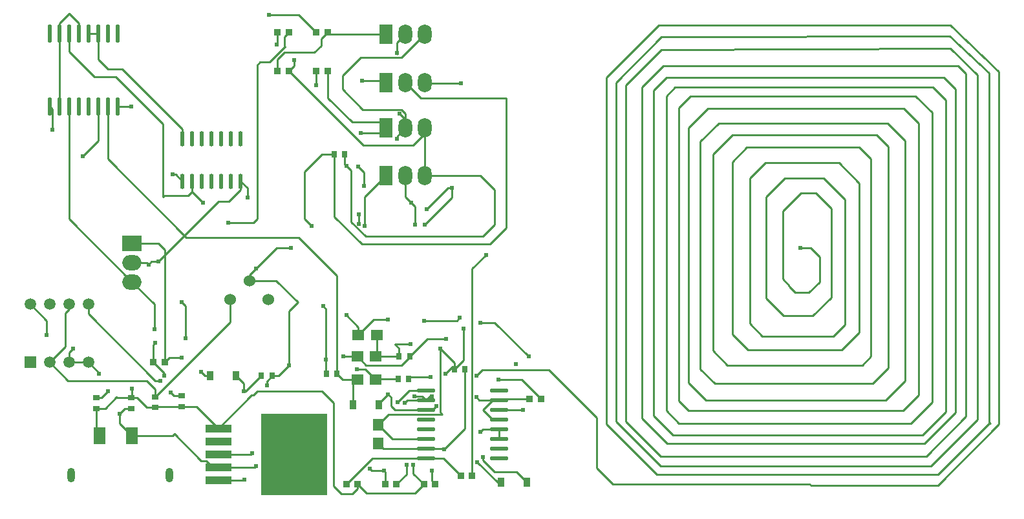
<source format=gtl>
G04 Layer: TopLayer*
G04 EasyEDA v6.5.44, 2024-08-27 14:32:38*
G04 23fd9cafee9249e98fa7b3ee852e57a5,f1a1d2977d3b4f1281c114c53eaa6542,10*
G04 Gerber Generator version 0.2*
G04 Scale: 100 percent, Rotated: No, Reflected: No *
G04 Dimensions in millimeters *
G04 leading zeros omitted , absolute positions ,4 integer and 5 decimal *
%FSLAX45Y45*%
%MOMM*%

%AMMACRO1*21,1,$1,$2,0,0,$3*%
%ADD10C,0.2540*%
%ADD11R,0.9000X0.8000*%
%ADD12O,0.5739892X2.4005031999999997*%
%ADD13R,1.3589X1.5000*%
%ADD14R,0.8000X0.9000*%
%ADD15R,1.5000X1.3589*%
%ADD16R,0.9500X1.1500*%
%ADD17R,0.8000X0.8640*%
%ADD18MACRO1,0.864X0.8065X90.0000*%
%ADD19MACRO1,0.864X0.8065X-90.0000*%
%ADD20O,2.4005031999999997X0.5739892*%
%ADD21O,0.5739892X2.0379944*%
%ADD22R,3.4000X1.1000*%
%ADD23MACRO1,10.5872X8.705X-90.0000*%
%ADD24R,1.6000X2.2000*%
%ADD25C,1.5240*%
%ADD26R,1.5000X1.5000*%
%ADD27C,1.5000*%
%ADD28MACRO1,2.0015X2.4994X-90.0000*%
%ADD29O,2.4999949999999997X1.9999959999999999*%
%ADD30O,1.7999964X2.5999948*%
%ADD31R,1.8000X2.6000*%
%ADD32O,0.9999979999999999X1.8999962*%
%ADD33C,0.6200*%
%ADD34C,0.0143*%

%LPD*%
D10*
X5054600Y2451100D02*
G01*
X5214010Y2291689D01*
X5214010Y2184400D01*
X2247900Y2882900D02*
G01*
X2540000Y2590800D01*
X2540000Y2260600D01*
X3784612Y2903016D02*
G01*
X4132783Y2903016D01*
X4419600Y2616200D01*
X4305300Y2501900D01*
X4305300Y1790700D01*
X4305300Y1790700D02*
G01*
X4165600Y1651000D01*
X4083189Y1651000D01*
X5201310Y1905000D02*
G01*
X5016500Y1905000D01*
X5600700Y1409700D02*
G01*
X5477840Y1286840D01*
X5477840Y1270000D01*
X5214010Y2184400D02*
G01*
X5417210Y2387600D01*
X5600700Y2387600D01*
X5201310Y1905000D02*
G01*
X5315610Y1790700D01*
X5778500Y1790700D01*
X5886602Y1898802D01*
X5886602Y1905000D01*
X5441289Y1905000D02*
G01*
X5453989Y1917700D01*
X5453989Y2184400D01*
X5746597Y1905000D02*
G01*
X5441289Y1905000D01*
X5441289Y1600200D02*
G01*
X5453989Y1612900D01*
X5733897Y1612900D01*
X5194300Y1739900D02*
G01*
X5301589Y1739900D01*
X5441289Y1600200D01*
X4794097Y1676400D02*
G01*
X4787900Y1682597D01*
X4787900Y1866900D01*
X5201310Y1600200D02*
G01*
X5139359Y1538249D01*
X5139359Y1270000D01*
X4934102Y1676400D02*
G01*
X5010302Y1600200D01*
X5201310Y1600200D01*
X1930400Y5189169D02*
G01*
X1930400Y4495800D01*
X2959100Y3467100D01*
X4432300Y3467100D01*
X4934102Y2965297D01*
X4934102Y1676400D01*
X5753100Y5092700D02*
G01*
X5829300Y5016500D01*
X5829300Y4902695D01*
X1803400Y5189169D02*
G01*
X1803400Y4737100D01*
X1600200Y4533900D01*
X4660900Y5461000D02*
G01*
X4661661Y5651500D01*
X1168400Y5189169D02*
G01*
X1206500Y5151069D01*
X1206500Y4876800D01*
X1803400Y6139230D02*
G01*
X1803400Y5803900D01*
X1930400Y5676900D01*
X2120900Y5676900D01*
X2908300Y4889500D01*
X2908300Y4760005D01*
X1676400Y6139230D02*
G01*
X1803400Y6139230D01*
X1422400Y6139230D02*
G01*
X1422400Y5905500D01*
X1752600Y5575300D01*
X2032000Y5575300D01*
X2654300Y4953000D01*
X2654300Y4000500D01*
X2667000Y4013200D01*
X2984500Y4013200D01*
X3035300Y4064000D01*
X3035300Y4206184D01*
X1295400Y6139230D02*
G01*
X1295400Y6273800D01*
X1422400Y6400800D01*
X1549400Y6273800D01*
X1549400Y6139230D01*
X1295400Y6139230D02*
G01*
X1295400Y5189169D01*
X3873500Y469900D02*
G01*
X3855897Y452297D01*
X3378200Y452297D01*
X4083189Y1651000D02*
G01*
X4013200Y1581010D01*
X4013200Y1524000D01*
X3943210Y1651000D02*
G01*
X3740010Y1447800D01*
X3708400Y1447800D01*
X3822700Y635000D02*
G01*
X3810000Y622300D01*
X3378200Y622300D01*
X3610940Y1651000D02*
G01*
X3708400Y1553540D01*
X3708400Y1447800D01*
X3149600Y1701800D02*
G01*
X3200400Y1651000D01*
X3272459Y1651000D01*
X2678836Y1828800D02*
G01*
X2742336Y1892300D01*
X2895600Y1892300D01*
X2678938Y1828800D02*
G01*
X2679700Y3302000D01*
X2590800Y3390900D01*
X2247900Y3390900D01*
X3721100Y292100D02*
G01*
X3711295Y282295D01*
X3378200Y282295D01*
X2528163Y1828800D02*
G01*
X2667000Y1689963D01*
X2667000Y1651000D01*
X2463800Y3111500D02*
G01*
X2438400Y3136900D01*
X2247900Y3136900D01*
X2235200Y1365402D02*
G01*
X2247900Y1378102D01*
X2247900Y1485900D01*
X2755900Y1435100D02*
G01*
X2800197Y1390802D01*
X2895600Y1390802D01*
X1676400Y2590800D02*
G01*
X1676400Y2463800D01*
X2552700Y1587500D01*
X2616200Y1587500D01*
X2245410Y864608D02*
G01*
X2082800Y1027219D01*
X2082800Y1155700D01*
X2082800Y1155700D02*
G01*
X2152497Y1225397D01*
X2235200Y1225397D01*
X1930400Y1447800D02*
G01*
X1848002Y1365402D01*
X1778000Y1365402D01*
X1676400Y1828800D02*
G01*
X1816100Y1689100D01*
X1816100Y1676400D01*
X1422400Y1828800D02*
G01*
X1676400Y1828800D01*
X2552700Y1378102D02*
G01*
X3534600Y2360002D01*
X3534600Y2653029D01*
X1168400Y1828800D02*
G01*
X1409700Y1587500D01*
X2438400Y1587500D01*
X2552700Y1473200D01*
X2552700Y1378102D01*
X1473200Y2006600D02*
G01*
X1422400Y1955800D01*
X1422400Y1828800D01*
X914400Y2590800D02*
G01*
X1130300Y2374900D01*
X1130300Y2184400D01*
X1168400Y1828800D02*
G01*
X1371600Y2032000D01*
X1371600Y2476500D01*
X1422400Y2527300D01*
X1422400Y2590800D01*
X1422400Y5189169D02*
G01*
X1422400Y3708400D01*
X2247900Y2882900D01*
X5473700Y1008989D02*
G01*
X5657189Y825500D01*
X6103569Y825500D01*
X5473700Y769010D02*
G01*
X5544210Y698500D01*
X6103569Y698500D01*
X5549900Y406400D02*
G01*
X5563463Y392836D01*
X5563463Y228600D01*
X6222136Y228600D02*
G01*
X6172200Y278536D01*
X6172200Y406400D01*
X5816600Y1295400D02*
G01*
X5854700Y1333500D01*
X6103569Y1333500D01*
X6071463Y228600D02*
G01*
X5930900Y369163D01*
X5930900Y482600D01*
X5206136Y228600D02*
G01*
X5320436Y114300D01*
X5957163Y114300D01*
X6071463Y228600D01*
X5727700Y1308100D02*
G01*
X5880100Y1460500D01*
X6103569Y1460500D01*
X5714136Y228600D02*
G01*
X5842000Y356463D01*
X5842000Y482600D01*
X5055468Y228600D02*
G01*
X5398368Y571500D01*
X6103569Y571500D01*
X3378200Y962304D02*
G01*
X3812895Y1397000D01*
X3835400Y1397000D01*
X3886200Y1447800D01*
X4737100Y1447800D01*
X4889500Y1295400D01*
X4889500Y203200D01*
X4991100Y101600D01*
X5130800Y101600D01*
X5206136Y176936D01*
X5206136Y228600D01*
X4304436Y5651500D02*
G01*
X5282336Y4673600D01*
X5930900Y4673600D01*
X6083300Y4826000D01*
X6083300Y4901704D01*
X4140200Y5994400D02*
G01*
X4153763Y6007963D01*
X4153763Y6159500D01*
X4304436Y5651500D02*
G01*
X4368800Y5715863D01*
X4368800Y5791200D01*
X4812436Y6159500D02*
G01*
X4724400Y6071463D01*
X4724400Y5981700D01*
X4635500Y5892800D01*
X4241800Y5892800D01*
X4153763Y5804763D01*
X4153763Y5651500D01*
X4812436Y6159500D02*
G01*
X4837341Y6134595D01*
X5575300Y6134595D01*
X5829300Y6134607D02*
G01*
X5715000Y6020307D01*
X5715000Y5869939D01*
X6083300Y6133604D02*
G01*
X5778995Y5829300D01*
X5245100Y5829300D01*
X5003800Y5588000D01*
X5003800Y5410200D01*
X5270500Y5143500D01*
X5778500Y5143500D01*
X5829300Y5092700D01*
X5829300Y4902695D01*
X3378200Y452297D02*
G01*
X3306902Y452297D01*
X3219983Y539216D01*
X3156483Y539216D01*
X2806700Y889000D01*
X2782308Y864608D01*
X2245410Y864608D01*
X3378200Y962304D02*
G01*
X3089706Y1250797D01*
X2895600Y1250797D01*
X2552700Y1238097D02*
G01*
X2565400Y1250797D01*
X2895600Y1250797D01*
X2235200Y1365402D02*
G01*
X2317597Y1365402D01*
X2444902Y1238097D01*
X2552700Y1238097D01*
X1778000Y1225397D02*
G01*
X1898497Y1225397D01*
X2044700Y1371600D01*
X2050897Y1365402D01*
X2235200Y1365402D01*
X1820392Y864608D02*
G01*
X1778000Y907000D01*
X1778000Y1225397D01*
X2057400Y5189169D02*
G01*
X2235200Y5189169D01*
X4038600Y6388100D02*
G01*
X4433163Y6388100D01*
X4661763Y6159500D01*
X4304436Y6159500D02*
G01*
X4241800Y6096863D01*
X4241800Y5956300D01*
X4254500Y5969000D01*
X4051300Y5765800D01*
X3924300Y5765800D01*
X3886200Y5727700D01*
X3886200Y3708400D01*
X3835400Y3657600D01*
X3505200Y3657600D01*
X2895600Y2616200D02*
G01*
X2946400Y2565400D01*
X2946400Y2146300D01*
X2552700Y2082800D02*
G01*
X2528163Y2058263D01*
X2528163Y1828800D01*
X2463800Y3111500D02*
G01*
X2501900Y3149600D01*
X2590800Y3149600D01*
X2590800Y3149600D02*
G01*
X3378200Y3937000D01*
X3517900Y3937000D01*
X3670300Y4089400D01*
X3670300Y4206189D01*
X3670300Y4206189D02*
G01*
X3759200Y4117289D01*
X3759200Y3987800D01*
X5054600Y4406900D02*
G01*
X5035702Y4425797D01*
X5035702Y4559300D01*
X2908300Y4206189D02*
G01*
X2821889Y4292600D01*
X2781300Y4292600D01*
X3873500Y3060700D02*
G01*
X3784625Y2971825D01*
X3784625Y2903016D01*
X3035300Y4206189D02*
G01*
X3035300Y4064000D01*
X3175000Y3924300D01*
X7366000Y1206500D02*
G01*
X7053630Y1206500D01*
X3873500Y3060700D02*
G01*
X4140200Y3327400D01*
X4330700Y3327400D01*
X4597400Y3619500D02*
G01*
X4508500Y3708400D01*
X4508500Y4330700D01*
X4737100Y4559300D01*
X4895697Y4559300D01*
X4895697Y4559300D02*
G01*
X4895697Y3740302D01*
X5257800Y3378200D01*
X6934200Y3378200D01*
X7150100Y3594100D01*
X7150100Y5295900D01*
X6032982Y5295900D01*
X5829300Y5499582D01*
X5575300Y4902707D02*
G01*
X5499608Y4978400D01*
X5130800Y4978400D01*
X4812436Y5296763D01*
X4812436Y5651500D01*
X5054600Y4406900D02*
G01*
X5118100Y4343400D01*
X5118100Y3670300D01*
X5308600Y3479800D01*
X6845300Y3479800D01*
X6997700Y3632200D01*
X6997700Y4089400D01*
X6807708Y4279392D01*
X6083300Y4279392D01*
X5575300Y4280407D02*
G01*
X5295900Y4001007D01*
X5295900Y3619500D01*
X5359400Y431800D02*
G01*
X5384800Y406400D01*
X5549900Y406400D01*
X5829300Y4902682D02*
G01*
X5715000Y4788382D01*
X5715000Y4762500D01*
X5219700Y3771900D02*
G01*
X5219700Y3644900D01*
X4749800Y2565400D02*
G01*
X4787900Y2527300D01*
X4787900Y1866900D01*
X6083300Y5498592D02*
G01*
X6095491Y5486400D01*
X6553200Y5486400D01*
X5905500Y3924300D02*
G01*
X5829300Y4000500D01*
X5829300Y4280382D01*
X5575300Y5499607D02*
G01*
X5550408Y5524500D01*
X5257800Y5524500D01*
X6883400Y3238500D02*
G01*
X6704736Y3059836D01*
X6704736Y342900D01*
X5905500Y3924300D02*
G01*
X5956300Y3873500D01*
X5956300Y3632200D01*
X6286500Y2006600D02*
G01*
X6470497Y1822602D01*
X6470497Y1739900D01*
X5473700Y1008989D02*
G01*
X5607710Y1143000D01*
X6311900Y1143000D01*
X6286500Y1168400D01*
X6286500Y2006600D01*
X6083300Y4279392D02*
G01*
X6083300Y4901692D01*
X7420940Y254000D02*
G01*
X7281240Y393700D01*
X6997700Y393700D01*
X6845300Y546100D01*
X6845300Y584200D01*
X6235700Y1257300D02*
G01*
X6184900Y1206500D01*
X6103569Y1206500D01*
X7082459Y254000D02*
G01*
X7035800Y254000D01*
X6769100Y520700D01*
X6337300Y685800D02*
G01*
X6324600Y698500D01*
X6103569Y698500D01*
X6337300Y685800D02*
G01*
X6610502Y959002D01*
X6610502Y1739900D01*
X6554063Y342900D02*
G01*
X6325463Y571500D01*
X6103569Y571500D01*
X5600700Y1409700D02*
G01*
X5638800Y1371600D01*
X5638800Y1257300D01*
X5689600Y1206500D01*
X6103569Y1206500D01*
X6103569Y1333500D02*
G01*
X6052769Y1384300D01*
X5943600Y1384300D01*
X5892800Y2070100D02*
G01*
X5689600Y2070100D01*
X5746597Y2013102D01*
X5746597Y1905000D01*
X5886602Y1905000D02*
G01*
X6115202Y2133600D01*
X6362700Y2133600D01*
X6807200Y914400D02*
G01*
X6845300Y952500D01*
X7053630Y952500D01*
X7053630Y825500D02*
G01*
X7053630Y952500D01*
X6103569Y1333500D02*
G01*
X6154369Y1384300D01*
X6172200Y1384300D01*
X6756400Y1371600D02*
G01*
X6794500Y1333500D01*
X7053630Y1333500D01*
X7053630Y1333500D02*
G01*
X6972300Y1333500D01*
X6845300Y1206500D01*
X6972300Y1079500D01*
X7053630Y1079500D01*
X7053630Y1333500D02*
G01*
X7066330Y1346200D01*
X7455763Y1346200D01*
X5873902Y1612900D02*
G01*
X5899302Y1638300D01*
X6159500Y1638300D01*
X7606436Y1346200D02*
G01*
X7352436Y1600200D01*
X7048500Y1600200D01*
X6083300Y3632200D02*
G01*
X6438900Y3987800D01*
X6438900Y4114800D01*
X5575300Y4902707D02*
G01*
X5511291Y4838700D01*
X5245100Y4838700D01*
X5207000Y4394200D02*
G01*
X5283200Y4318000D01*
X5283200Y4140200D01*
X6108700Y3835400D02*
G01*
X6388100Y4114800D01*
X6438900Y4114800D01*
X6470497Y1739900D02*
G01*
X6591300Y1860702D01*
X6591300Y2273300D01*
X6756400Y1651000D02*
G01*
X6832600Y1727200D01*
X7708900Y1727200D01*
X8331200Y1104900D01*
X8331200Y444500D01*
X8547100Y228600D01*
X11125017Y228600D01*
X11137717Y215900D01*
X12801600Y215900D01*
X13601700Y1016000D01*
X13601700Y5638800D01*
X12966700Y6248400D01*
X9144000Y6248400D01*
X8458200Y5562600D01*
X8458200Y1016000D01*
X9118600Y355600D01*
X12801600Y355600D01*
X13474700Y1028700D01*
X13487400Y1028700D01*
X13474700Y1041400D01*
X13474700Y5626100D01*
X12954000Y6108700D01*
X9182100Y6096000D01*
X8585200Y5499100D01*
X8585200Y1054100D01*
X9169400Y469900D01*
X12712700Y469900D01*
X13322300Y1079500D01*
X13322300Y5600700D01*
X12966700Y5943600D01*
X9181810Y5930940D01*
X8712200Y5461330D01*
X8712200Y1054100D01*
X9169400Y596900D01*
X12649200Y596900D01*
X13169900Y1117600D01*
X13169900Y5613400D01*
X13068300Y5715000D01*
X9207500Y5715000D01*
X8928100Y5435600D01*
X8928100Y1092200D01*
X9258300Y762000D01*
X12623800Y762000D01*
X13030200Y1168400D01*
X13030200Y5410200D01*
X12877800Y5562600D01*
X9245600Y5562600D01*
X9080500Y5397500D01*
X9080500Y1130300D01*
X9334500Y876300D01*
X12598400Y876300D01*
X12903200Y1181100D01*
X12903200Y5270500D01*
X12738100Y5435600D01*
X9359900Y5435600D01*
X9245600Y5321300D01*
X9245600Y1193800D01*
X9410700Y1028700D01*
X12446000Y1028700D01*
X12725400Y1308100D01*
X12725400Y5105400D01*
X12509500Y5321300D01*
X9563100Y5321300D01*
X9410700Y5168900D01*
X9410700Y1320800D01*
X9537700Y1193800D01*
X12344400Y1193800D01*
X12547600Y1397000D01*
X12547600Y4965700D01*
X12357100Y5156200D01*
X9791700Y5156200D01*
X9537700Y4902200D01*
X9537700Y1562100D01*
X9766300Y1333500D01*
X12115800Y1333500D01*
X12369800Y1587500D01*
X12369800Y4737100D01*
X12141200Y4965700D01*
X9931400Y4965700D01*
X9690100Y4724400D01*
X9690100Y1739900D01*
X9880600Y1549400D01*
X11950700Y1549400D01*
X12153900Y1752600D01*
X12153900Y4660900D01*
X12001500Y4813300D01*
X10109200Y4813300D01*
X9855200Y4559300D01*
X9855200Y1981200D01*
X10045700Y1790700D01*
X11811000Y1790700D01*
X11925300Y1905000D01*
X11925300Y4495800D01*
X11772900Y4648200D01*
X10299700Y4648200D01*
X10109200Y4457700D01*
X10109200Y2197100D01*
X10312400Y1993900D01*
X11544300Y1993900D01*
X11772900Y2222500D01*
X11772900Y4178300D01*
X11506200Y4445000D01*
X10541000Y4445000D01*
X10337800Y4241800D01*
X10337800Y2336800D01*
X10502900Y2171700D01*
X11430000Y2171700D01*
X11582400Y2324100D01*
X11582400Y3962400D01*
X11303000Y4241800D01*
X10795000Y4241800D01*
X10553700Y4000500D01*
X10553700Y2667000D01*
X10782300Y2438400D01*
X11163300Y2438400D01*
X11404600Y2679700D01*
X11404600Y3848100D01*
X11201400Y4051300D01*
X11010900Y4051300D01*
X10769600Y3810000D01*
X10769600Y2921000D01*
X10858500Y2832100D01*
X10858500Y2819400D01*
X10934700Y2743200D01*
X11112500Y2743200D01*
X11252200Y2882900D01*
X11252200Y3213100D01*
X11137900Y3327400D01*
X10998200Y3327400D01*
X7442200Y1905000D02*
G01*
X6997700Y2349500D01*
X6807200Y2349500D01*
X6540500Y2413000D02*
G01*
X6502400Y2374900D01*
X6070600Y2374900D01*
X6350000Y1676400D02*
G01*
X6426200Y1752600D01*
X6426200Y1765300D01*
X6451600Y1739900D01*
X6470497Y1739900D01*
D11*
G01*
X1778000Y1365402D03*
G01*
X1778000Y1225397D03*
G01*
X2235200Y1365402D03*
G01*
X2235200Y1225397D03*
D12*
G01*
X1168400Y5189169D03*
G01*
X1295400Y5189169D03*
G01*
X1422400Y5189169D03*
G01*
X1549400Y5189169D03*
G01*
X1676400Y5189169D03*
G01*
X1803400Y5189169D03*
G01*
X1930400Y5189169D03*
G01*
X2057400Y5189169D03*
G01*
X1168400Y6139230D03*
G01*
X1295400Y6139230D03*
G01*
X1422400Y6139230D03*
G01*
X1549400Y6139230D03*
G01*
X1676400Y6139230D03*
G01*
X1803400Y6139230D03*
G01*
X1930400Y6139230D03*
G01*
X2057400Y6139230D03*
D13*
G01*
X5473700Y769010D03*
G01*
X5473700Y1008989D03*
D14*
G01*
X5035702Y4559300D03*
G01*
X4895697Y4559300D03*
D15*
G01*
X5214010Y2184400D03*
G01*
X5453989Y2184400D03*
G01*
X5201310Y1905000D03*
G01*
X5441289Y1905000D03*
D14*
G01*
X4934102Y1676400D03*
G01*
X4794097Y1676400D03*
D15*
G01*
X5201310Y1600200D03*
G01*
X5441289Y1600200D03*
D14*
G01*
X6610502Y1739900D03*
G01*
X6470497Y1739900D03*
G01*
X5886602Y1905000D03*
G01*
X5746597Y1905000D03*
G01*
X5873902Y1612900D03*
G01*
X5733897Y1612900D03*
D16*
G01*
X3610940Y1651000D03*
G01*
X3272459Y1651000D03*
G01*
X5477840Y1270000D03*
G01*
X5139359Y1270000D03*
G01*
X7420940Y254000D03*
G01*
X7082459Y254000D03*
D17*
G01*
X3943197Y1651000D03*
G01*
X4083202Y1651000D03*
D18*
G01*
X2678824Y1828800D03*
G01*
X2528175Y1828800D03*
G01*
X4304424Y6159500D03*
G01*
X4153775Y6159500D03*
G01*
X4812424Y6159500D03*
G01*
X4661775Y6159500D03*
G01*
X4304424Y5651500D03*
G01*
X4153775Y5651500D03*
G01*
X4812424Y5651500D03*
G01*
X4661775Y5651500D03*
G01*
X7606424Y1346200D03*
G01*
X7455775Y1346200D03*
D19*
G01*
X6554075Y342900D03*
G01*
X6704724Y342900D03*
D18*
G01*
X5206124Y228600D03*
G01*
X5055475Y228600D03*
G01*
X5714124Y228600D03*
G01*
X5563475Y228600D03*
G01*
X6222124Y228600D03*
G01*
X6071475Y228600D03*
D20*
G01*
X6103569Y1460500D03*
G01*
X6103569Y1333500D03*
G01*
X6103569Y1206500D03*
G01*
X6103569Y1079500D03*
G01*
X6103569Y952500D03*
G01*
X6103569Y825500D03*
G01*
X6103569Y698500D03*
G01*
X6103569Y571500D03*
G01*
X7053630Y1460500D03*
G01*
X7053630Y1333500D03*
G01*
X7053630Y1206500D03*
G01*
X7053630Y1079500D03*
G01*
X7053630Y952500D03*
G01*
X7053630Y825500D03*
G01*
X7053630Y698500D03*
G01*
X7053630Y571500D03*
D21*
G01*
X2908300Y4206189D03*
G01*
X3035300Y4206189D03*
G01*
X3162300Y4206189D03*
G01*
X3289300Y4206189D03*
G01*
X3416300Y4206189D03*
G01*
X3543300Y4206189D03*
G01*
X3670300Y4206189D03*
G01*
X2908300Y4760010D03*
G01*
X3035300Y4760010D03*
G01*
X3162300Y4760010D03*
G01*
X3289300Y4760010D03*
G01*
X3416300Y4760010D03*
G01*
X3543300Y4760010D03*
G01*
X3670300Y4760010D03*
D22*
G01*
X3378200Y962304D03*
G01*
X3378200Y792302D03*
G01*
X3378200Y622300D03*
G01*
X3378200Y452297D03*
G01*
X3378200Y282295D03*
D23*
G01*
X4368789Y622300D03*
D11*
G01*
X2552700Y1378102D03*
G01*
X2552700Y1238097D03*
G01*
X2895600Y1250797D03*
G01*
X2895600Y1390802D03*
D24*
G01*
X2245410Y864590D03*
G01*
X1820392Y864590D03*
D25*
G01*
X3784625Y2903016D03*
G01*
X4034586Y2653029D03*
G01*
X3534613Y2653029D03*
D26*
G01*
X914400Y1828800D03*
D27*
G01*
X1168400Y1828800D03*
G01*
X1422400Y1828800D03*
G01*
X1676400Y1828800D03*
G01*
X914400Y2590800D03*
G01*
X1168400Y2590800D03*
G01*
X1422400Y2590800D03*
G01*
X1676400Y2590800D03*
D28*
G01*
X2247900Y3390900D03*
D29*
G01*
X2247900Y2882900D03*
G01*
X2247900Y3136900D03*
D30*
G01*
X5829300Y6134582D03*
G01*
X6083300Y6133592D03*
D31*
G01*
X5575300Y6134607D03*
D30*
G01*
X5829300Y4902682D03*
G01*
X6083300Y4901692D03*
D31*
G01*
X5575300Y4902707D03*
D30*
G01*
X5829300Y5499582D03*
G01*
X6083300Y5498592D03*
D31*
G01*
X5575300Y5499607D03*
D30*
G01*
X5829300Y4280382D03*
G01*
X6083300Y4279392D03*
D31*
G01*
X5575300Y4280407D03*
D32*
G01*
X1451000Y354609D03*
G01*
X2739999Y354609D03*
D33*
G01*
X5715000Y5885561D03*
G01*
X4304436Y5651500D03*
G01*
X4368800Y5791200D03*
G01*
X4140200Y5994400D03*
G01*
X5714136Y228600D03*
G01*
X5842000Y482600D03*
G01*
X5727700Y1308100D03*
G01*
X5930900Y482600D03*
G01*
X5816600Y1295400D03*
G01*
X6172200Y406400D03*
G01*
X5549900Y406400D03*
G01*
X1130300Y2184400D03*
G01*
X1473200Y2006600D03*
G01*
X1816100Y1676400D03*
G01*
X1930400Y1447800D03*
G01*
X2082800Y1155700D03*
G01*
X2616200Y1587500D03*
G01*
X2755900Y1435100D03*
G01*
X2247900Y1485900D03*
G01*
X2463800Y3111500D03*
G01*
X2667000Y1651000D03*
G01*
X3721100Y292100D03*
G01*
X2895600Y1892300D03*
G01*
X3149600Y1701800D03*
G01*
X3708400Y1447800D03*
G01*
X3822700Y635000D03*
G01*
X4013200Y1524000D03*
G01*
X3873500Y469900D03*
G01*
X1206500Y4876800D03*
G01*
X4660900Y5461000D03*
G01*
X1600200Y4533900D03*
G01*
X5753100Y5092700D03*
G01*
X4787900Y1866900D03*
G01*
X5194300Y1739900D03*
G01*
X5600700Y2387600D03*
G01*
X5600700Y1409700D03*
G01*
X5016500Y1905000D03*
G01*
X4305300Y1790700D03*
G01*
X2540000Y2260600D03*
G01*
X5054600Y2451100D03*
G01*
X2235200Y5189169D03*
G01*
X4038600Y6388100D03*
G01*
X3505200Y3657600D03*
G01*
X2895600Y2616200D03*
G01*
X2946400Y2146300D03*
G01*
X2552700Y2082800D03*
G01*
X2590800Y3149600D03*
G01*
X3759200Y3987800D03*
G01*
X5054600Y4406900D03*
G01*
X2781300Y4292600D03*
G01*
X3873500Y3060700D03*
G01*
X3175000Y3924300D03*
G01*
X7366000Y1206500D03*
G01*
X4330700Y3327400D03*
G01*
X4597400Y3619500D03*
G01*
X5295900Y3619500D03*
G01*
X5359400Y431800D03*
G01*
X5715000Y4762500D03*
G01*
X5219700Y3771900D03*
G01*
X5219700Y3644900D03*
G01*
X4749800Y2565400D03*
G01*
X6553200Y5486400D03*
G01*
X5905500Y3924300D03*
G01*
X5257800Y5524500D03*
G01*
X6883400Y3238500D03*
G01*
X5956300Y3632200D03*
G01*
X6286500Y2006600D03*
G01*
X6845300Y584200D03*
G01*
X6235700Y1257300D03*
G01*
X6769100Y520700D03*
G01*
X6337300Y685800D03*
G01*
X5943600Y1384300D03*
G01*
X5892800Y2070100D03*
G01*
X6362700Y2133600D03*
G01*
X6807200Y914400D03*
G01*
X6172200Y1384300D03*
G01*
X6756400Y1371600D03*
G01*
X6159500Y1638300D03*
G01*
X6756400Y1651000D03*
G01*
X7048500Y1600200D03*
G01*
X6083300Y3632200D03*
G01*
X6438900Y4114800D03*
G01*
X5245100Y4838700D03*
G01*
X5207000Y4394200D03*
G01*
X5283200Y4140200D03*
G01*
X6108700Y3835400D03*
G01*
X6591300Y2273300D03*
G01*
X7277100Y1803400D03*
G01*
X10998200Y3327400D03*
G01*
X7442200Y1905000D03*
G01*
X6807200Y2349500D03*
G01*
X6540500Y2413000D03*
G01*
X6070600Y2374900D03*
G01*
X6350000Y1676400D03*
M02*

</source>
